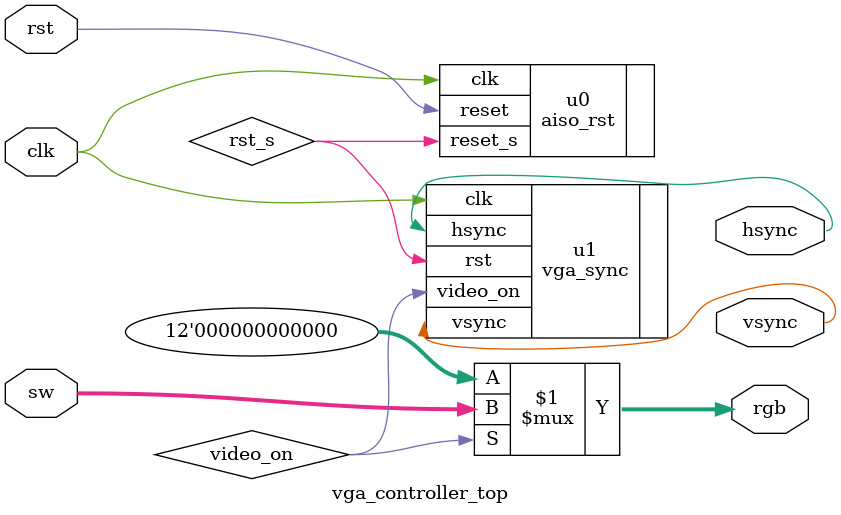
<source format=v>
/*=============================================================================
 * This document contains information proprietary to the CSULB student that 
   created the file - any reuse without adequate approval and documentation is 
   prohibited. 
 * Class:      CECS 360 - Integrated Circuit Design Software 
 * File Name:  vga_controller_top.v
 * Project:    VGA Controller
 * Designer:   Michael Rios - Copyright © 2017. All rights reserved. 
 * Email:      riosmichael28@ymail.com
 * Rev. Date:  October 11, 2017
 *
 * Description: This is the VGA's top level module. This module is used for 
                the purpose of outputting the rgb signals based on the active
                switches on the Nexys 4 DDR board. This, combined with the 
                vga sync block, will output the desired color on the VGA 
                display. 
 *         
 * In submitting this file for class work at CSULB, I am confirming that this 
   is my work and the work of no one else. 
 * 
 * In the event other code sources are utilized I will document which portion 
   of the code and who is the author. 
 *
 * In submitting this code I acknowledge that plagiarism in student project 
   work is subject to dismissal from the class. 
 *===========================================================================*/ 
 `timescale 1ns / 1ps

module vga_controller_top(clk, rst, sw, hsync, vsync, rgb);

   input    clk, rst;
   input    [11:0] sw; 
   output   [11:0] rgb; 
   output   hsync, vsync; 
   
   wire     video_on, rst_s;
   assign   rgb = (video_on) ? sw : 12'b0;
   
   aiso_rst u0(.clk(clk), .reset(rst), .reset_s(rst_s));
   vga_sync u1(.clk(clk), .rst(rst_s), .hsync(hsync), 
                  .vsync(vsync), .video_on(video_on));
   

endmodule

</source>
